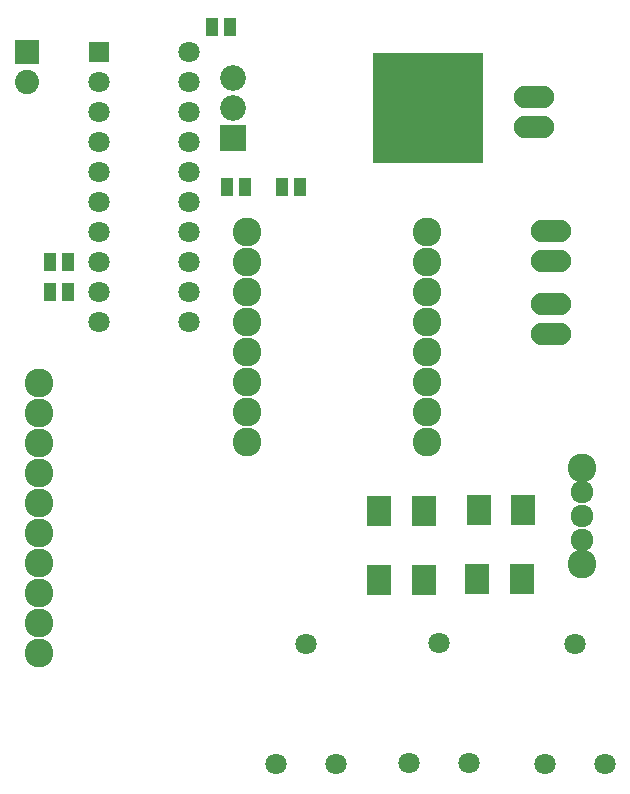
<source format=gts>
G04 (created by PCBNEW (2013-07-07 BZR 4022)-stable) date 10/18/2013 11:27:31 AM*
%MOIN*%
G04 Gerber Fmt 3.4, Leading zero omitted, Abs format*
%FSLAX34Y34*%
G01*
G70*
G90*
G04 APERTURE LIST*
%ADD10C,0.00590551*%
%ADD11C,0.095748*%
%ADD12C,0.075748*%
%ADD13R,0.085748X0.085748*%
%ADD14C,0.085748*%
%ADD15R,0.365748X0.365748*%
%ADD16R,0.040748X0.060748*%
%ADD17C,0.0708661*%
%ADD18O,0.134448X0.075048*%
%ADD19R,0.078748X0.102348*%
%ADD20R,0.070748X0.070748*%
%ADD21C,0.070748*%
%ADD22R,0.080748X0.080748*%
%ADD23C,0.080748*%
G04 APERTURE END LIST*
G54D10*
G54D11*
X98800Y-47523D03*
G54D12*
X98800Y-48350D03*
X98800Y-49137D03*
X98798Y-49924D03*
G54D11*
X98800Y-50751D03*
X87625Y-39675D03*
X87625Y-40675D03*
X87625Y-41675D03*
X87625Y-42675D03*
X87625Y-43675D03*
X87625Y-44675D03*
X87625Y-45675D03*
X87625Y-46675D03*
X93625Y-46675D03*
X93625Y-45675D03*
X93625Y-44675D03*
X93625Y-43675D03*
X93625Y-42675D03*
X93625Y-41675D03*
X93625Y-40675D03*
X93625Y-39675D03*
X80700Y-44700D03*
X80700Y-45700D03*
X80700Y-46700D03*
X80700Y-47700D03*
X80700Y-48700D03*
X80700Y-49700D03*
X80700Y-50700D03*
X80700Y-51700D03*
X80700Y-52700D03*
X80700Y-53700D03*
G54D13*
X87175Y-36525D03*
G54D14*
X87175Y-34525D03*
X87175Y-35525D03*
G54D15*
X93675Y-35525D03*
G54D16*
X87575Y-38175D03*
X86975Y-38175D03*
X89400Y-38175D03*
X88800Y-38175D03*
X87050Y-32850D03*
X86450Y-32850D03*
X81675Y-41675D03*
X81075Y-41675D03*
X81650Y-40675D03*
X81050Y-40675D03*
G54D17*
X98550Y-53420D03*
X97550Y-57420D03*
X99550Y-57420D03*
X94030Y-53380D03*
X93030Y-57380D03*
X95030Y-57380D03*
X89610Y-53400D03*
X88610Y-57400D03*
X90610Y-57400D03*
G54D18*
X97775Y-39650D03*
X97775Y-40650D03*
X97775Y-42075D03*
X97775Y-43075D03*
X97200Y-36180D03*
X97200Y-35180D03*
G54D19*
X93518Y-48980D03*
X92022Y-48980D03*
X95297Y-51255D03*
X96793Y-51255D03*
X93518Y-51280D03*
X92022Y-51280D03*
X95347Y-48930D03*
X96843Y-48930D03*
G54D20*
X82700Y-33675D03*
G54D21*
X82700Y-34675D03*
X82700Y-35675D03*
X82700Y-36675D03*
X82700Y-37675D03*
X82700Y-38675D03*
X82700Y-39675D03*
X82700Y-40675D03*
X82700Y-41675D03*
X82700Y-42675D03*
X85700Y-42675D03*
X85700Y-41675D03*
X85700Y-40675D03*
X85700Y-39675D03*
X85700Y-38675D03*
X85700Y-37675D03*
X85700Y-36675D03*
X85700Y-35675D03*
X85700Y-34675D03*
X85700Y-33675D03*
G54D22*
X80300Y-33675D03*
G54D23*
X80300Y-34675D03*
M02*

</source>
